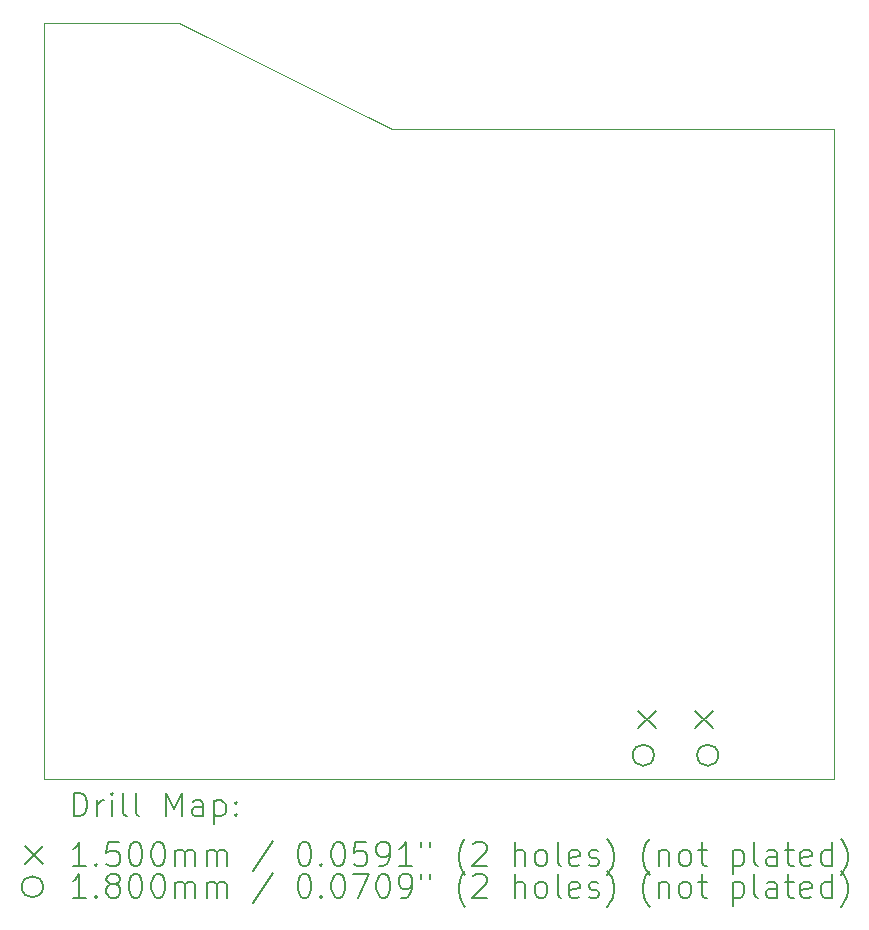
<source format=gbr>
%TF.GenerationSoftware,KiCad,Pcbnew,8.0.9*%
%TF.CreationDate,2025-05-10T12:34:39+01:00*%
%TF.ProjectId,megaflash,6d656761-666c-4617-9368-2e6b69636164,rev?*%
%TF.SameCoordinates,Original*%
%TF.FileFunction,Drillmap*%
%TF.FilePolarity,Positive*%
%FSLAX45Y45*%
G04 Gerber Fmt 4.5, Leading zero omitted, Abs format (unit mm)*
G04 Created by KiCad (PCBNEW 8.0.9) date 2025-05-10 12:34:39*
%MOMM*%
%LPD*%
G01*
G04 APERTURE LIST*
%ADD10C,0.100000*%
%ADD11C,0.200000*%
%ADD12C,0.150000*%
%ADD13C,0.180000*%
G04 APERTURE END LIST*
D10*
X6750000Y-11400000D02*
X13440000Y-11400000D01*
X9700000Y-5900000D02*
X7900000Y-5000000D01*
X6750000Y-5000000D02*
X7900000Y-5000000D01*
X13440000Y-5900000D02*
X9700000Y-5900000D01*
X6750000Y-5000000D02*
X6750000Y-11400000D01*
X13440000Y-11400000D02*
X13440000Y-5900000D01*
D11*
D12*
X11782500Y-10822000D02*
X11932500Y-10972000D01*
X11932500Y-10822000D02*
X11782500Y-10972000D01*
X12267500Y-10822000D02*
X12417500Y-10972000D01*
X12417500Y-10822000D02*
X12267500Y-10972000D01*
D13*
X11917500Y-11200000D02*
G75*
G02*
X11737500Y-11200000I-90000J0D01*
G01*
X11737500Y-11200000D02*
G75*
G02*
X11917500Y-11200000I90000J0D01*
G01*
X12462500Y-11200000D02*
G75*
G02*
X12282500Y-11200000I-90000J0D01*
G01*
X12282500Y-11200000D02*
G75*
G02*
X12462500Y-11200000I90000J0D01*
G01*
D11*
X7005777Y-11716484D02*
X7005777Y-11516484D01*
X7005777Y-11516484D02*
X7053396Y-11516484D01*
X7053396Y-11516484D02*
X7081967Y-11526008D01*
X7081967Y-11526008D02*
X7101015Y-11545055D01*
X7101015Y-11545055D02*
X7110539Y-11564103D01*
X7110539Y-11564103D02*
X7120062Y-11602198D01*
X7120062Y-11602198D02*
X7120062Y-11630769D01*
X7120062Y-11630769D02*
X7110539Y-11668865D01*
X7110539Y-11668865D02*
X7101015Y-11687912D01*
X7101015Y-11687912D02*
X7081967Y-11706960D01*
X7081967Y-11706960D02*
X7053396Y-11716484D01*
X7053396Y-11716484D02*
X7005777Y-11716484D01*
X7205777Y-11716484D02*
X7205777Y-11583150D01*
X7205777Y-11621246D02*
X7215301Y-11602198D01*
X7215301Y-11602198D02*
X7224824Y-11592674D01*
X7224824Y-11592674D02*
X7243872Y-11583150D01*
X7243872Y-11583150D02*
X7262920Y-11583150D01*
X7329586Y-11716484D02*
X7329586Y-11583150D01*
X7329586Y-11516484D02*
X7320062Y-11526008D01*
X7320062Y-11526008D02*
X7329586Y-11535531D01*
X7329586Y-11535531D02*
X7339110Y-11526008D01*
X7339110Y-11526008D02*
X7329586Y-11516484D01*
X7329586Y-11516484D02*
X7329586Y-11535531D01*
X7453396Y-11716484D02*
X7434348Y-11706960D01*
X7434348Y-11706960D02*
X7424824Y-11687912D01*
X7424824Y-11687912D02*
X7424824Y-11516484D01*
X7558158Y-11716484D02*
X7539110Y-11706960D01*
X7539110Y-11706960D02*
X7529586Y-11687912D01*
X7529586Y-11687912D02*
X7529586Y-11516484D01*
X7786729Y-11716484D02*
X7786729Y-11516484D01*
X7786729Y-11516484D02*
X7853396Y-11659341D01*
X7853396Y-11659341D02*
X7920062Y-11516484D01*
X7920062Y-11516484D02*
X7920062Y-11716484D01*
X8101015Y-11716484D02*
X8101015Y-11611722D01*
X8101015Y-11611722D02*
X8091491Y-11592674D01*
X8091491Y-11592674D02*
X8072443Y-11583150D01*
X8072443Y-11583150D02*
X8034348Y-11583150D01*
X8034348Y-11583150D02*
X8015301Y-11592674D01*
X8101015Y-11706960D02*
X8081967Y-11716484D01*
X8081967Y-11716484D02*
X8034348Y-11716484D01*
X8034348Y-11716484D02*
X8015301Y-11706960D01*
X8015301Y-11706960D02*
X8005777Y-11687912D01*
X8005777Y-11687912D02*
X8005777Y-11668865D01*
X8005777Y-11668865D02*
X8015301Y-11649817D01*
X8015301Y-11649817D02*
X8034348Y-11640293D01*
X8034348Y-11640293D02*
X8081967Y-11640293D01*
X8081967Y-11640293D02*
X8101015Y-11630769D01*
X8196253Y-11583150D02*
X8196253Y-11783150D01*
X8196253Y-11592674D02*
X8215301Y-11583150D01*
X8215301Y-11583150D02*
X8253396Y-11583150D01*
X8253396Y-11583150D02*
X8272443Y-11592674D01*
X8272443Y-11592674D02*
X8281967Y-11602198D01*
X8281967Y-11602198D02*
X8291491Y-11621246D01*
X8291491Y-11621246D02*
X8291491Y-11678388D01*
X8291491Y-11678388D02*
X8281967Y-11697436D01*
X8281967Y-11697436D02*
X8272443Y-11706960D01*
X8272443Y-11706960D02*
X8253396Y-11716484D01*
X8253396Y-11716484D02*
X8215301Y-11716484D01*
X8215301Y-11716484D02*
X8196253Y-11706960D01*
X8377205Y-11697436D02*
X8386729Y-11706960D01*
X8386729Y-11706960D02*
X8377205Y-11716484D01*
X8377205Y-11716484D02*
X8367682Y-11706960D01*
X8367682Y-11706960D02*
X8377205Y-11697436D01*
X8377205Y-11697436D02*
X8377205Y-11716484D01*
X8377205Y-11592674D02*
X8386729Y-11602198D01*
X8386729Y-11602198D02*
X8377205Y-11611722D01*
X8377205Y-11611722D02*
X8367682Y-11602198D01*
X8367682Y-11602198D02*
X8377205Y-11592674D01*
X8377205Y-11592674D02*
X8377205Y-11611722D01*
D12*
X6595000Y-11970000D02*
X6745000Y-12120000D01*
X6745000Y-11970000D02*
X6595000Y-12120000D01*
D11*
X7110539Y-12136484D02*
X6996253Y-12136484D01*
X7053396Y-12136484D02*
X7053396Y-11936484D01*
X7053396Y-11936484D02*
X7034348Y-11965055D01*
X7034348Y-11965055D02*
X7015301Y-11984103D01*
X7015301Y-11984103D02*
X6996253Y-11993627D01*
X7196253Y-12117436D02*
X7205777Y-12126960D01*
X7205777Y-12126960D02*
X7196253Y-12136484D01*
X7196253Y-12136484D02*
X7186729Y-12126960D01*
X7186729Y-12126960D02*
X7196253Y-12117436D01*
X7196253Y-12117436D02*
X7196253Y-12136484D01*
X7386729Y-11936484D02*
X7291491Y-11936484D01*
X7291491Y-11936484D02*
X7281967Y-12031722D01*
X7281967Y-12031722D02*
X7291491Y-12022198D01*
X7291491Y-12022198D02*
X7310539Y-12012674D01*
X7310539Y-12012674D02*
X7358158Y-12012674D01*
X7358158Y-12012674D02*
X7377205Y-12022198D01*
X7377205Y-12022198D02*
X7386729Y-12031722D01*
X7386729Y-12031722D02*
X7396253Y-12050769D01*
X7396253Y-12050769D02*
X7396253Y-12098388D01*
X7396253Y-12098388D02*
X7386729Y-12117436D01*
X7386729Y-12117436D02*
X7377205Y-12126960D01*
X7377205Y-12126960D02*
X7358158Y-12136484D01*
X7358158Y-12136484D02*
X7310539Y-12136484D01*
X7310539Y-12136484D02*
X7291491Y-12126960D01*
X7291491Y-12126960D02*
X7281967Y-12117436D01*
X7520062Y-11936484D02*
X7539110Y-11936484D01*
X7539110Y-11936484D02*
X7558158Y-11946008D01*
X7558158Y-11946008D02*
X7567682Y-11955531D01*
X7567682Y-11955531D02*
X7577205Y-11974579D01*
X7577205Y-11974579D02*
X7586729Y-12012674D01*
X7586729Y-12012674D02*
X7586729Y-12060293D01*
X7586729Y-12060293D02*
X7577205Y-12098388D01*
X7577205Y-12098388D02*
X7567682Y-12117436D01*
X7567682Y-12117436D02*
X7558158Y-12126960D01*
X7558158Y-12126960D02*
X7539110Y-12136484D01*
X7539110Y-12136484D02*
X7520062Y-12136484D01*
X7520062Y-12136484D02*
X7501015Y-12126960D01*
X7501015Y-12126960D02*
X7491491Y-12117436D01*
X7491491Y-12117436D02*
X7481967Y-12098388D01*
X7481967Y-12098388D02*
X7472443Y-12060293D01*
X7472443Y-12060293D02*
X7472443Y-12012674D01*
X7472443Y-12012674D02*
X7481967Y-11974579D01*
X7481967Y-11974579D02*
X7491491Y-11955531D01*
X7491491Y-11955531D02*
X7501015Y-11946008D01*
X7501015Y-11946008D02*
X7520062Y-11936484D01*
X7710539Y-11936484D02*
X7729586Y-11936484D01*
X7729586Y-11936484D02*
X7748634Y-11946008D01*
X7748634Y-11946008D02*
X7758158Y-11955531D01*
X7758158Y-11955531D02*
X7767682Y-11974579D01*
X7767682Y-11974579D02*
X7777205Y-12012674D01*
X7777205Y-12012674D02*
X7777205Y-12060293D01*
X7777205Y-12060293D02*
X7767682Y-12098388D01*
X7767682Y-12098388D02*
X7758158Y-12117436D01*
X7758158Y-12117436D02*
X7748634Y-12126960D01*
X7748634Y-12126960D02*
X7729586Y-12136484D01*
X7729586Y-12136484D02*
X7710539Y-12136484D01*
X7710539Y-12136484D02*
X7691491Y-12126960D01*
X7691491Y-12126960D02*
X7681967Y-12117436D01*
X7681967Y-12117436D02*
X7672443Y-12098388D01*
X7672443Y-12098388D02*
X7662920Y-12060293D01*
X7662920Y-12060293D02*
X7662920Y-12012674D01*
X7662920Y-12012674D02*
X7672443Y-11974579D01*
X7672443Y-11974579D02*
X7681967Y-11955531D01*
X7681967Y-11955531D02*
X7691491Y-11946008D01*
X7691491Y-11946008D02*
X7710539Y-11936484D01*
X7862920Y-12136484D02*
X7862920Y-12003150D01*
X7862920Y-12022198D02*
X7872443Y-12012674D01*
X7872443Y-12012674D02*
X7891491Y-12003150D01*
X7891491Y-12003150D02*
X7920063Y-12003150D01*
X7920063Y-12003150D02*
X7939110Y-12012674D01*
X7939110Y-12012674D02*
X7948634Y-12031722D01*
X7948634Y-12031722D02*
X7948634Y-12136484D01*
X7948634Y-12031722D02*
X7958158Y-12012674D01*
X7958158Y-12012674D02*
X7977205Y-12003150D01*
X7977205Y-12003150D02*
X8005777Y-12003150D01*
X8005777Y-12003150D02*
X8024824Y-12012674D01*
X8024824Y-12012674D02*
X8034348Y-12031722D01*
X8034348Y-12031722D02*
X8034348Y-12136484D01*
X8129586Y-12136484D02*
X8129586Y-12003150D01*
X8129586Y-12022198D02*
X8139110Y-12012674D01*
X8139110Y-12012674D02*
X8158158Y-12003150D01*
X8158158Y-12003150D02*
X8186729Y-12003150D01*
X8186729Y-12003150D02*
X8205777Y-12012674D01*
X8205777Y-12012674D02*
X8215301Y-12031722D01*
X8215301Y-12031722D02*
X8215301Y-12136484D01*
X8215301Y-12031722D02*
X8224824Y-12012674D01*
X8224824Y-12012674D02*
X8243872Y-12003150D01*
X8243872Y-12003150D02*
X8272443Y-12003150D01*
X8272443Y-12003150D02*
X8291491Y-12012674D01*
X8291491Y-12012674D02*
X8301015Y-12031722D01*
X8301015Y-12031722D02*
X8301015Y-12136484D01*
X8691491Y-11926960D02*
X8520063Y-12184103D01*
X8948634Y-11936484D02*
X8967682Y-11936484D01*
X8967682Y-11936484D02*
X8986729Y-11946008D01*
X8986729Y-11946008D02*
X8996253Y-11955531D01*
X8996253Y-11955531D02*
X9005777Y-11974579D01*
X9005777Y-11974579D02*
X9015301Y-12012674D01*
X9015301Y-12012674D02*
X9015301Y-12060293D01*
X9015301Y-12060293D02*
X9005777Y-12098388D01*
X9005777Y-12098388D02*
X8996253Y-12117436D01*
X8996253Y-12117436D02*
X8986729Y-12126960D01*
X8986729Y-12126960D02*
X8967682Y-12136484D01*
X8967682Y-12136484D02*
X8948634Y-12136484D01*
X8948634Y-12136484D02*
X8929587Y-12126960D01*
X8929587Y-12126960D02*
X8920063Y-12117436D01*
X8920063Y-12117436D02*
X8910539Y-12098388D01*
X8910539Y-12098388D02*
X8901015Y-12060293D01*
X8901015Y-12060293D02*
X8901015Y-12012674D01*
X8901015Y-12012674D02*
X8910539Y-11974579D01*
X8910539Y-11974579D02*
X8920063Y-11955531D01*
X8920063Y-11955531D02*
X8929587Y-11946008D01*
X8929587Y-11946008D02*
X8948634Y-11936484D01*
X9101015Y-12117436D02*
X9110539Y-12126960D01*
X9110539Y-12126960D02*
X9101015Y-12136484D01*
X9101015Y-12136484D02*
X9091491Y-12126960D01*
X9091491Y-12126960D02*
X9101015Y-12117436D01*
X9101015Y-12117436D02*
X9101015Y-12136484D01*
X9234348Y-11936484D02*
X9253396Y-11936484D01*
X9253396Y-11936484D02*
X9272444Y-11946008D01*
X9272444Y-11946008D02*
X9281968Y-11955531D01*
X9281968Y-11955531D02*
X9291491Y-11974579D01*
X9291491Y-11974579D02*
X9301015Y-12012674D01*
X9301015Y-12012674D02*
X9301015Y-12060293D01*
X9301015Y-12060293D02*
X9291491Y-12098388D01*
X9291491Y-12098388D02*
X9281968Y-12117436D01*
X9281968Y-12117436D02*
X9272444Y-12126960D01*
X9272444Y-12126960D02*
X9253396Y-12136484D01*
X9253396Y-12136484D02*
X9234348Y-12136484D01*
X9234348Y-12136484D02*
X9215301Y-12126960D01*
X9215301Y-12126960D02*
X9205777Y-12117436D01*
X9205777Y-12117436D02*
X9196253Y-12098388D01*
X9196253Y-12098388D02*
X9186729Y-12060293D01*
X9186729Y-12060293D02*
X9186729Y-12012674D01*
X9186729Y-12012674D02*
X9196253Y-11974579D01*
X9196253Y-11974579D02*
X9205777Y-11955531D01*
X9205777Y-11955531D02*
X9215301Y-11946008D01*
X9215301Y-11946008D02*
X9234348Y-11936484D01*
X9481968Y-11936484D02*
X9386729Y-11936484D01*
X9386729Y-11936484D02*
X9377206Y-12031722D01*
X9377206Y-12031722D02*
X9386729Y-12022198D01*
X9386729Y-12022198D02*
X9405777Y-12012674D01*
X9405777Y-12012674D02*
X9453396Y-12012674D01*
X9453396Y-12012674D02*
X9472444Y-12022198D01*
X9472444Y-12022198D02*
X9481968Y-12031722D01*
X9481968Y-12031722D02*
X9491491Y-12050769D01*
X9491491Y-12050769D02*
X9491491Y-12098388D01*
X9491491Y-12098388D02*
X9481968Y-12117436D01*
X9481968Y-12117436D02*
X9472444Y-12126960D01*
X9472444Y-12126960D02*
X9453396Y-12136484D01*
X9453396Y-12136484D02*
X9405777Y-12136484D01*
X9405777Y-12136484D02*
X9386729Y-12126960D01*
X9386729Y-12126960D02*
X9377206Y-12117436D01*
X9586729Y-12136484D02*
X9624825Y-12136484D01*
X9624825Y-12136484D02*
X9643872Y-12126960D01*
X9643872Y-12126960D02*
X9653396Y-12117436D01*
X9653396Y-12117436D02*
X9672444Y-12088865D01*
X9672444Y-12088865D02*
X9681968Y-12050769D01*
X9681968Y-12050769D02*
X9681968Y-11974579D01*
X9681968Y-11974579D02*
X9672444Y-11955531D01*
X9672444Y-11955531D02*
X9662920Y-11946008D01*
X9662920Y-11946008D02*
X9643872Y-11936484D01*
X9643872Y-11936484D02*
X9605777Y-11936484D01*
X9605777Y-11936484D02*
X9586729Y-11946008D01*
X9586729Y-11946008D02*
X9577206Y-11955531D01*
X9577206Y-11955531D02*
X9567682Y-11974579D01*
X9567682Y-11974579D02*
X9567682Y-12022198D01*
X9567682Y-12022198D02*
X9577206Y-12041246D01*
X9577206Y-12041246D02*
X9586729Y-12050769D01*
X9586729Y-12050769D02*
X9605777Y-12060293D01*
X9605777Y-12060293D02*
X9643872Y-12060293D01*
X9643872Y-12060293D02*
X9662920Y-12050769D01*
X9662920Y-12050769D02*
X9672444Y-12041246D01*
X9672444Y-12041246D02*
X9681968Y-12022198D01*
X9872444Y-12136484D02*
X9758158Y-12136484D01*
X9815301Y-12136484D02*
X9815301Y-11936484D01*
X9815301Y-11936484D02*
X9796253Y-11965055D01*
X9796253Y-11965055D02*
X9777206Y-11984103D01*
X9777206Y-11984103D02*
X9758158Y-11993627D01*
X9948634Y-11936484D02*
X9948634Y-11974579D01*
X10024825Y-11936484D02*
X10024825Y-11974579D01*
X10320063Y-12212674D02*
X10310539Y-12203150D01*
X10310539Y-12203150D02*
X10291491Y-12174579D01*
X10291491Y-12174579D02*
X10281968Y-12155531D01*
X10281968Y-12155531D02*
X10272444Y-12126960D01*
X10272444Y-12126960D02*
X10262920Y-12079341D01*
X10262920Y-12079341D02*
X10262920Y-12041246D01*
X10262920Y-12041246D02*
X10272444Y-11993627D01*
X10272444Y-11993627D02*
X10281968Y-11965055D01*
X10281968Y-11965055D02*
X10291491Y-11946008D01*
X10291491Y-11946008D02*
X10310539Y-11917436D01*
X10310539Y-11917436D02*
X10320063Y-11907912D01*
X10386730Y-11955531D02*
X10396253Y-11946008D01*
X10396253Y-11946008D02*
X10415301Y-11936484D01*
X10415301Y-11936484D02*
X10462920Y-11936484D01*
X10462920Y-11936484D02*
X10481968Y-11946008D01*
X10481968Y-11946008D02*
X10491491Y-11955531D01*
X10491491Y-11955531D02*
X10501015Y-11974579D01*
X10501015Y-11974579D02*
X10501015Y-11993627D01*
X10501015Y-11993627D02*
X10491491Y-12022198D01*
X10491491Y-12022198D02*
X10377206Y-12136484D01*
X10377206Y-12136484D02*
X10501015Y-12136484D01*
X10739111Y-12136484D02*
X10739111Y-11936484D01*
X10824825Y-12136484D02*
X10824825Y-12031722D01*
X10824825Y-12031722D02*
X10815301Y-12012674D01*
X10815301Y-12012674D02*
X10796253Y-12003150D01*
X10796253Y-12003150D02*
X10767682Y-12003150D01*
X10767682Y-12003150D02*
X10748634Y-12012674D01*
X10748634Y-12012674D02*
X10739111Y-12022198D01*
X10948634Y-12136484D02*
X10929587Y-12126960D01*
X10929587Y-12126960D02*
X10920063Y-12117436D01*
X10920063Y-12117436D02*
X10910539Y-12098388D01*
X10910539Y-12098388D02*
X10910539Y-12041246D01*
X10910539Y-12041246D02*
X10920063Y-12022198D01*
X10920063Y-12022198D02*
X10929587Y-12012674D01*
X10929587Y-12012674D02*
X10948634Y-12003150D01*
X10948634Y-12003150D02*
X10977206Y-12003150D01*
X10977206Y-12003150D02*
X10996253Y-12012674D01*
X10996253Y-12012674D02*
X11005777Y-12022198D01*
X11005777Y-12022198D02*
X11015301Y-12041246D01*
X11015301Y-12041246D02*
X11015301Y-12098388D01*
X11015301Y-12098388D02*
X11005777Y-12117436D01*
X11005777Y-12117436D02*
X10996253Y-12126960D01*
X10996253Y-12126960D02*
X10977206Y-12136484D01*
X10977206Y-12136484D02*
X10948634Y-12136484D01*
X11129587Y-12136484D02*
X11110539Y-12126960D01*
X11110539Y-12126960D02*
X11101015Y-12107912D01*
X11101015Y-12107912D02*
X11101015Y-11936484D01*
X11281968Y-12126960D02*
X11262920Y-12136484D01*
X11262920Y-12136484D02*
X11224825Y-12136484D01*
X11224825Y-12136484D02*
X11205777Y-12126960D01*
X11205777Y-12126960D02*
X11196253Y-12107912D01*
X11196253Y-12107912D02*
X11196253Y-12031722D01*
X11196253Y-12031722D02*
X11205777Y-12012674D01*
X11205777Y-12012674D02*
X11224825Y-12003150D01*
X11224825Y-12003150D02*
X11262920Y-12003150D01*
X11262920Y-12003150D02*
X11281968Y-12012674D01*
X11281968Y-12012674D02*
X11291491Y-12031722D01*
X11291491Y-12031722D02*
X11291491Y-12050769D01*
X11291491Y-12050769D02*
X11196253Y-12069817D01*
X11367682Y-12126960D02*
X11386730Y-12136484D01*
X11386730Y-12136484D02*
X11424825Y-12136484D01*
X11424825Y-12136484D02*
X11443872Y-12126960D01*
X11443872Y-12126960D02*
X11453396Y-12107912D01*
X11453396Y-12107912D02*
X11453396Y-12098388D01*
X11453396Y-12098388D02*
X11443872Y-12079341D01*
X11443872Y-12079341D02*
X11424825Y-12069817D01*
X11424825Y-12069817D02*
X11396253Y-12069817D01*
X11396253Y-12069817D02*
X11377206Y-12060293D01*
X11377206Y-12060293D02*
X11367682Y-12041246D01*
X11367682Y-12041246D02*
X11367682Y-12031722D01*
X11367682Y-12031722D02*
X11377206Y-12012674D01*
X11377206Y-12012674D02*
X11396253Y-12003150D01*
X11396253Y-12003150D02*
X11424825Y-12003150D01*
X11424825Y-12003150D02*
X11443872Y-12012674D01*
X11520063Y-12212674D02*
X11529587Y-12203150D01*
X11529587Y-12203150D02*
X11548634Y-12174579D01*
X11548634Y-12174579D02*
X11558158Y-12155531D01*
X11558158Y-12155531D02*
X11567682Y-12126960D01*
X11567682Y-12126960D02*
X11577206Y-12079341D01*
X11577206Y-12079341D02*
X11577206Y-12041246D01*
X11577206Y-12041246D02*
X11567682Y-11993627D01*
X11567682Y-11993627D02*
X11558158Y-11965055D01*
X11558158Y-11965055D02*
X11548634Y-11946008D01*
X11548634Y-11946008D02*
X11529587Y-11917436D01*
X11529587Y-11917436D02*
X11520063Y-11907912D01*
X11881968Y-12212674D02*
X11872444Y-12203150D01*
X11872444Y-12203150D02*
X11853396Y-12174579D01*
X11853396Y-12174579D02*
X11843872Y-12155531D01*
X11843872Y-12155531D02*
X11834349Y-12126960D01*
X11834349Y-12126960D02*
X11824825Y-12079341D01*
X11824825Y-12079341D02*
X11824825Y-12041246D01*
X11824825Y-12041246D02*
X11834349Y-11993627D01*
X11834349Y-11993627D02*
X11843872Y-11965055D01*
X11843872Y-11965055D02*
X11853396Y-11946008D01*
X11853396Y-11946008D02*
X11872444Y-11917436D01*
X11872444Y-11917436D02*
X11881968Y-11907912D01*
X11958158Y-12003150D02*
X11958158Y-12136484D01*
X11958158Y-12022198D02*
X11967682Y-12012674D01*
X11967682Y-12012674D02*
X11986730Y-12003150D01*
X11986730Y-12003150D02*
X12015301Y-12003150D01*
X12015301Y-12003150D02*
X12034349Y-12012674D01*
X12034349Y-12012674D02*
X12043872Y-12031722D01*
X12043872Y-12031722D02*
X12043872Y-12136484D01*
X12167682Y-12136484D02*
X12148634Y-12126960D01*
X12148634Y-12126960D02*
X12139111Y-12117436D01*
X12139111Y-12117436D02*
X12129587Y-12098388D01*
X12129587Y-12098388D02*
X12129587Y-12041246D01*
X12129587Y-12041246D02*
X12139111Y-12022198D01*
X12139111Y-12022198D02*
X12148634Y-12012674D01*
X12148634Y-12012674D02*
X12167682Y-12003150D01*
X12167682Y-12003150D02*
X12196253Y-12003150D01*
X12196253Y-12003150D02*
X12215301Y-12012674D01*
X12215301Y-12012674D02*
X12224825Y-12022198D01*
X12224825Y-12022198D02*
X12234349Y-12041246D01*
X12234349Y-12041246D02*
X12234349Y-12098388D01*
X12234349Y-12098388D02*
X12224825Y-12117436D01*
X12224825Y-12117436D02*
X12215301Y-12126960D01*
X12215301Y-12126960D02*
X12196253Y-12136484D01*
X12196253Y-12136484D02*
X12167682Y-12136484D01*
X12291492Y-12003150D02*
X12367682Y-12003150D01*
X12320063Y-11936484D02*
X12320063Y-12107912D01*
X12320063Y-12107912D02*
X12329587Y-12126960D01*
X12329587Y-12126960D02*
X12348634Y-12136484D01*
X12348634Y-12136484D02*
X12367682Y-12136484D01*
X12586730Y-12003150D02*
X12586730Y-12203150D01*
X12586730Y-12012674D02*
X12605777Y-12003150D01*
X12605777Y-12003150D02*
X12643873Y-12003150D01*
X12643873Y-12003150D02*
X12662920Y-12012674D01*
X12662920Y-12012674D02*
X12672444Y-12022198D01*
X12672444Y-12022198D02*
X12681968Y-12041246D01*
X12681968Y-12041246D02*
X12681968Y-12098388D01*
X12681968Y-12098388D02*
X12672444Y-12117436D01*
X12672444Y-12117436D02*
X12662920Y-12126960D01*
X12662920Y-12126960D02*
X12643873Y-12136484D01*
X12643873Y-12136484D02*
X12605777Y-12136484D01*
X12605777Y-12136484D02*
X12586730Y-12126960D01*
X12796253Y-12136484D02*
X12777206Y-12126960D01*
X12777206Y-12126960D02*
X12767682Y-12107912D01*
X12767682Y-12107912D02*
X12767682Y-11936484D01*
X12958158Y-12136484D02*
X12958158Y-12031722D01*
X12958158Y-12031722D02*
X12948634Y-12012674D01*
X12948634Y-12012674D02*
X12929587Y-12003150D01*
X12929587Y-12003150D02*
X12891492Y-12003150D01*
X12891492Y-12003150D02*
X12872444Y-12012674D01*
X12958158Y-12126960D02*
X12939111Y-12136484D01*
X12939111Y-12136484D02*
X12891492Y-12136484D01*
X12891492Y-12136484D02*
X12872444Y-12126960D01*
X12872444Y-12126960D02*
X12862920Y-12107912D01*
X12862920Y-12107912D02*
X12862920Y-12088865D01*
X12862920Y-12088865D02*
X12872444Y-12069817D01*
X12872444Y-12069817D02*
X12891492Y-12060293D01*
X12891492Y-12060293D02*
X12939111Y-12060293D01*
X12939111Y-12060293D02*
X12958158Y-12050769D01*
X13024825Y-12003150D02*
X13101015Y-12003150D01*
X13053396Y-11936484D02*
X13053396Y-12107912D01*
X13053396Y-12107912D02*
X13062920Y-12126960D01*
X13062920Y-12126960D02*
X13081968Y-12136484D01*
X13081968Y-12136484D02*
X13101015Y-12136484D01*
X13243873Y-12126960D02*
X13224825Y-12136484D01*
X13224825Y-12136484D02*
X13186730Y-12136484D01*
X13186730Y-12136484D02*
X13167682Y-12126960D01*
X13167682Y-12126960D02*
X13158158Y-12107912D01*
X13158158Y-12107912D02*
X13158158Y-12031722D01*
X13158158Y-12031722D02*
X13167682Y-12012674D01*
X13167682Y-12012674D02*
X13186730Y-12003150D01*
X13186730Y-12003150D02*
X13224825Y-12003150D01*
X13224825Y-12003150D02*
X13243873Y-12012674D01*
X13243873Y-12012674D02*
X13253396Y-12031722D01*
X13253396Y-12031722D02*
X13253396Y-12050769D01*
X13253396Y-12050769D02*
X13158158Y-12069817D01*
X13424825Y-12136484D02*
X13424825Y-11936484D01*
X13424825Y-12126960D02*
X13405777Y-12136484D01*
X13405777Y-12136484D02*
X13367682Y-12136484D01*
X13367682Y-12136484D02*
X13348634Y-12126960D01*
X13348634Y-12126960D02*
X13339111Y-12117436D01*
X13339111Y-12117436D02*
X13329587Y-12098388D01*
X13329587Y-12098388D02*
X13329587Y-12041246D01*
X13329587Y-12041246D02*
X13339111Y-12022198D01*
X13339111Y-12022198D02*
X13348634Y-12012674D01*
X13348634Y-12012674D02*
X13367682Y-12003150D01*
X13367682Y-12003150D02*
X13405777Y-12003150D01*
X13405777Y-12003150D02*
X13424825Y-12012674D01*
X13501015Y-12212674D02*
X13510539Y-12203150D01*
X13510539Y-12203150D02*
X13529587Y-12174579D01*
X13529587Y-12174579D02*
X13539111Y-12155531D01*
X13539111Y-12155531D02*
X13548634Y-12126960D01*
X13548634Y-12126960D02*
X13558158Y-12079341D01*
X13558158Y-12079341D02*
X13558158Y-12041246D01*
X13558158Y-12041246D02*
X13548634Y-11993627D01*
X13548634Y-11993627D02*
X13539111Y-11965055D01*
X13539111Y-11965055D02*
X13529587Y-11946008D01*
X13529587Y-11946008D02*
X13510539Y-11917436D01*
X13510539Y-11917436D02*
X13501015Y-11907912D01*
D13*
X6745000Y-12315000D02*
G75*
G02*
X6565000Y-12315000I-90000J0D01*
G01*
X6565000Y-12315000D02*
G75*
G02*
X6745000Y-12315000I90000J0D01*
G01*
D11*
X7110539Y-12406484D02*
X6996253Y-12406484D01*
X7053396Y-12406484D02*
X7053396Y-12206484D01*
X7053396Y-12206484D02*
X7034348Y-12235055D01*
X7034348Y-12235055D02*
X7015301Y-12254103D01*
X7015301Y-12254103D02*
X6996253Y-12263627D01*
X7196253Y-12387436D02*
X7205777Y-12396960D01*
X7205777Y-12396960D02*
X7196253Y-12406484D01*
X7196253Y-12406484D02*
X7186729Y-12396960D01*
X7186729Y-12396960D02*
X7196253Y-12387436D01*
X7196253Y-12387436D02*
X7196253Y-12406484D01*
X7320062Y-12292198D02*
X7301015Y-12282674D01*
X7301015Y-12282674D02*
X7291491Y-12273150D01*
X7291491Y-12273150D02*
X7281967Y-12254103D01*
X7281967Y-12254103D02*
X7281967Y-12244579D01*
X7281967Y-12244579D02*
X7291491Y-12225531D01*
X7291491Y-12225531D02*
X7301015Y-12216008D01*
X7301015Y-12216008D02*
X7320062Y-12206484D01*
X7320062Y-12206484D02*
X7358158Y-12206484D01*
X7358158Y-12206484D02*
X7377205Y-12216008D01*
X7377205Y-12216008D02*
X7386729Y-12225531D01*
X7386729Y-12225531D02*
X7396253Y-12244579D01*
X7396253Y-12244579D02*
X7396253Y-12254103D01*
X7396253Y-12254103D02*
X7386729Y-12273150D01*
X7386729Y-12273150D02*
X7377205Y-12282674D01*
X7377205Y-12282674D02*
X7358158Y-12292198D01*
X7358158Y-12292198D02*
X7320062Y-12292198D01*
X7320062Y-12292198D02*
X7301015Y-12301722D01*
X7301015Y-12301722D02*
X7291491Y-12311246D01*
X7291491Y-12311246D02*
X7281967Y-12330293D01*
X7281967Y-12330293D02*
X7281967Y-12368388D01*
X7281967Y-12368388D02*
X7291491Y-12387436D01*
X7291491Y-12387436D02*
X7301015Y-12396960D01*
X7301015Y-12396960D02*
X7320062Y-12406484D01*
X7320062Y-12406484D02*
X7358158Y-12406484D01*
X7358158Y-12406484D02*
X7377205Y-12396960D01*
X7377205Y-12396960D02*
X7386729Y-12387436D01*
X7386729Y-12387436D02*
X7396253Y-12368388D01*
X7396253Y-12368388D02*
X7396253Y-12330293D01*
X7396253Y-12330293D02*
X7386729Y-12311246D01*
X7386729Y-12311246D02*
X7377205Y-12301722D01*
X7377205Y-12301722D02*
X7358158Y-12292198D01*
X7520062Y-12206484D02*
X7539110Y-12206484D01*
X7539110Y-12206484D02*
X7558158Y-12216008D01*
X7558158Y-12216008D02*
X7567682Y-12225531D01*
X7567682Y-12225531D02*
X7577205Y-12244579D01*
X7577205Y-12244579D02*
X7586729Y-12282674D01*
X7586729Y-12282674D02*
X7586729Y-12330293D01*
X7586729Y-12330293D02*
X7577205Y-12368388D01*
X7577205Y-12368388D02*
X7567682Y-12387436D01*
X7567682Y-12387436D02*
X7558158Y-12396960D01*
X7558158Y-12396960D02*
X7539110Y-12406484D01*
X7539110Y-12406484D02*
X7520062Y-12406484D01*
X7520062Y-12406484D02*
X7501015Y-12396960D01*
X7501015Y-12396960D02*
X7491491Y-12387436D01*
X7491491Y-12387436D02*
X7481967Y-12368388D01*
X7481967Y-12368388D02*
X7472443Y-12330293D01*
X7472443Y-12330293D02*
X7472443Y-12282674D01*
X7472443Y-12282674D02*
X7481967Y-12244579D01*
X7481967Y-12244579D02*
X7491491Y-12225531D01*
X7491491Y-12225531D02*
X7501015Y-12216008D01*
X7501015Y-12216008D02*
X7520062Y-12206484D01*
X7710539Y-12206484D02*
X7729586Y-12206484D01*
X7729586Y-12206484D02*
X7748634Y-12216008D01*
X7748634Y-12216008D02*
X7758158Y-12225531D01*
X7758158Y-12225531D02*
X7767682Y-12244579D01*
X7767682Y-12244579D02*
X7777205Y-12282674D01*
X7777205Y-12282674D02*
X7777205Y-12330293D01*
X7777205Y-12330293D02*
X7767682Y-12368388D01*
X7767682Y-12368388D02*
X7758158Y-12387436D01*
X7758158Y-12387436D02*
X7748634Y-12396960D01*
X7748634Y-12396960D02*
X7729586Y-12406484D01*
X7729586Y-12406484D02*
X7710539Y-12406484D01*
X7710539Y-12406484D02*
X7691491Y-12396960D01*
X7691491Y-12396960D02*
X7681967Y-12387436D01*
X7681967Y-12387436D02*
X7672443Y-12368388D01*
X7672443Y-12368388D02*
X7662920Y-12330293D01*
X7662920Y-12330293D02*
X7662920Y-12282674D01*
X7662920Y-12282674D02*
X7672443Y-12244579D01*
X7672443Y-12244579D02*
X7681967Y-12225531D01*
X7681967Y-12225531D02*
X7691491Y-12216008D01*
X7691491Y-12216008D02*
X7710539Y-12206484D01*
X7862920Y-12406484D02*
X7862920Y-12273150D01*
X7862920Y-12292198D02*
X7872443Y-12282674D01*
X7872443Y-12282674D02*
X7891491Y-12273150D01*
X7891491Y-12273150D02*
X7920063Y-12273150D01*
X7920063Y-12273150D02*
X7939110Y-12282674D01*
X7939110Y-12282674D02*
X7948634Y-12301722D01*
X7948634Y-12301722D02*
X7948634Y-12406484D01*
X7948634Y-12301722D02*
X7958158Y-12282674D01*
X7958158Y-12282674D02*
X7977205Y-12273150D01*
X7977205Y-12273150D02*
X8005777Y-12273150D01*
X8005777Y-12273150D02*
X8024824Y-12282674D01*
X8024824Y-12282674D02*
X8034348Y-12301722D01*
X8034348Y-12301722D02*
X8034348Y-12406484D01*
X8129586Y-12406484D02*
X8129586Y-12273150D01*
X8129586Y-12292198D02*
X8139110Y-12282674D01*
X8139110Y-12282674D02*
X8158158Y-12273150D01*
X8158158Y-12273150D02*
X8186729Y-12273150D01*
X8186729Y-12273150D02*
X8205777Y-12282674D01*
X8205777Y-12282674D02*
X8215301Y-12301722D01*
X8215301Y-12301722D02*
X8215301Y-12406484D01*
X8215301Y-12301722D02*
X8224824Y-12282674D01*
X8224824Y-12282674D02*
X8243872Y-12273150D01*
X8243872Y-12273150D02*
X8272443Y-12273150D01*
X8272443Y-12273150D02*
X8291491Y-12282674D01*
X8291491Y-12282674D02*
X8301015Y-12301722D01*
X8301015Y-12301722D02*
X8301015Y-12406484D01*
X8691491Y-12196960D02*
X8520063Y-12454103D01*
X8948634Y-12206484D02*
X8967682Y-12206484D01*
X8967682Y-12206484D02*
X8986729Y-12216008D01*
X8986729Y-12216008D02*
X8996253Y-12225531D01*
X8996253Y-12225531D02*
X9005777Y-12244579D01*
X9005777Y-12244579D02*
X9015301Y-12282674D01*
X9015301Y-12282674D02*
X9015301Y-12330293D01*
X9015301Y-12330293D02*
X9005777Y-12368388D01*
X9005777Y-12368388D02*
X8996253Y-12387436D01*
X8996253Y-12387436D02*
X8986729Y-12396960D01*
X8986729Y-12396960D02*
X8967682Y-12406484D01*
X8967682Y-12406484D02*
X8948634Y-12406484D01*
X8948634Y-12406484D02*
X8929587Y-12396960D01*
X8929587Y-12396960D02*
X8920063Y-12387436D01*
X8920063Y-12387436D02*
X8910539Y-12368388D01*
X8910539Y-12368388D02*
X8901015Y-12330293D01*
X8901015Y-12330293D02*
X8901015Y-12282674D01*
X8901015Y-12282674D02*
X8910539Y-12244579D01*
X8910539Y-12244579D02*
X8920063Y-12225531D01*
X8920063Y-12225531D02*
X8929587Y-12216008D01*
X8929587Y-12216008D02*
X8948634Y-12206484D01*
X9101015Y-12387436D02*
X9110539Y-12396960D01*
X9110539Y-12396960D02*
X9101015Y-12406484D01*
X9101015Y-12406484D02*
X9091491Y-12396960D01*
X9091491Y-12396960D02*
X9101015Y-12387436D01*
X9101015Y-12387436D02*
X9101015Y-12406484D01*
X9234348Y-12206484D02*
X9253396Y-12206484D01*
X9253396Y-12206484D02*
X9272444Y-12216008D01*
X9272444Y-12216008D02*
X9281968Y-12225531D01*
X9281968Y-12225531D02*
X9291491Y-12244579D01*
X9291491Y-12244579D02*
X9301015Y-12282674D01*
X9301015Y-12282674D02*
X9301015Y-12330293D01*
X9301015Y-12330293D02*
X9291491Y-12368388D01*
X9291491Y-12368388D02*
X9281968Y-12387436D01*
X9281968Y-12387436D02*
X9272444Y-12396960D01*
X9272444Y-12396960D02*
X9253396Y-12406484D01*
X9253396Y-12406484D02*
X9234348Y-12406484D01*
X9234348Y-12406484D02*
X9215301Y-12396960D01*
X9215301Y-12396960D02*
X9205777Y-12387436D01*
X9205777Y-12387436D02*
X9196253Y-12368388D01*
X9196253Y-12368388D02*
X9186729Y-12330293D01*
X9186729Y-12330293D02*
X9186729Y-12282674D01*
X9186729Y-12282674D02*
X9196253Y-12244579D01*
X9196253Y-12244579D02*
X9205777Y-12225531D01*
X9205777Y-12225531D02*
X9215301Y-12216008D01*
X9215301Y-12216008D02*
X9234348Y-12206484D01*
X9367682Y-12206484D02*
X9501015Y-12206484D01*
X9501015Y-12206484D02*
X9415301Y-12406484D01*
X9615301Y-12206484D02*
X9634349Y-12206484D01*
X9634349Y-12206484D02*
X9653396Y-12216008D01*
X9653396Y-12216008D02*
X9662920Y-12225531D01*
X9662920Y-12225531D02*
X9672444Y-12244579D01*
X9672444Y-12244579D02*
X9681968Y-12282674D01*
X9681968Y-12282674D02*
X9681968Y-12330293D01*
X9681968Y-12330293D02*
X9672444Y-12368388D01*
X9672444Y-12368388D02*
X9662920Y-12387436D01*
X9662920Y-12387436D02*
X9653396Y-12396960D01*
X9653396Y-12396960D02*
X9634349Y-12406484D01*
X9634349Y-12406484D02*
X9615301Y-12406484D01*
X9615301Y-12406484D02*
X9596253Y-12396960D01*
X9596253Y-12396960D02*
X9586729Y-12387436D01*
X9586729Y-12387436D02*
X9577206Y-12368388D01*
X9577206Y-12368388D02*
X9567682Y-12330293D01*
X9567682Y-12330293D02*
X9567682Y-12282674D01*
X9567682Y-12282674D02*
X9577206Y-12244579D01*
X9577206Y-12244579D02*
X9586729Y-12225531D01*
X9586729Y-12225531D02*
X9596253Y-12216008D01*
X9596253Y-12216008D02*
X9615301Y-12206484D01*
X9777206Y-12406484D02*
X9815301Y-12406484D01*
X9815301Y-12406484D02*
X9834349Y-12396960D01*
X9834349Y-12396960D02*
X9843872Y-12387436D01*
X9843872Y-12387436D02*
X9862920Y-12358865D01*
X9862920Y-12358865D02*
X9872444Y-12320769D01*
X9872444Y-12320769D02*
X9872444Y-12244579D01*
X9872444Y-12244579D02*
X9862920Y-12225531D01*
X9862920Y-12225531D02*
X9853396Y-12216008D01*
X9853396Y-12216008D02*
X9834349Y-12206484D01*
X9834349Y-12206484D02*
X9796253Y-12206484D01*
X9796253Y-12206484D02*
X9777206Y-12216008D01*
X9777206Y-12216008D02*
X9767682Y-12225531D01*
X9767682Y-12225531D02*
X9758158Y-12244579D01*
X9758158Y-12244579D02*
X9758158Y-12292198D01*
X9758158Y-12292198D02*
X9767682Y-12311246D01*
X9767682Y-12311246D02*
X9777206Y-12320769D01*
X9777206Y-12320769D02*
X9796253Y-12330293D01*
X9796253Y-12330293D02*
X9834349Y-12330293D01*
X9834349Y-12330293D02*
X9853396Y-12320769D01*
X9853396Y-12320769D02*
X9862920Y-12311246D01*
X9862920Y-12311246D02*
X9872444Y-12292198D01*
X9948634Y-12206484D02*
X9948634Y-12244579D01*
X10024825Y-12206484D02*
X10024825Y-12244579D01*
X10320063Y-12482674D02*
X10310539Y-12473150D01*
X10310539Y-12473150D02*
X10291491Y-12444579D01*
X10291491Y-12444579D02*
X10281968Y-12425531D01*
X10281968Y-12425531D02*
X10272444Y-12396960D01*
X10272444Y-12396960D02*
X10262920Y-12349341D01*
X10262920Y-12349341D02*
X10262920Y-12311246D01*
X10262920Y-12311246D02*
X10272444Y-12263627D01*
X10272444Y-12263627D02*
X10281968Y-12235055D01*
X10281968Y-12235055D02*
X10291491Y-12216008D01*
X10291491Y-12216008D02*
X10310539Y-12187436D01*
X10310539Y-12187436D02*
X10320063Y-12177912D01*
X10386730Y-12225531D02*
X10396253Y-12216008D01*
X10396253Y-12216008D02*
X10415301Y-12206484D01*
X10415301Y-12206484D02*
X10462920Y-12206484D01*
X10462920Y-12206484D02*
X10481968Y-12216008D01*
X10481968Y-12216008D02*
X10491491Y-12225531D01*
X10491491Y-12225531D02*
X10501015Y-12244579D01*
X10501015Y-12244579D02*
X10501015Y-12263627D01*
X10501015Y-12263627D02*
X10491491Y-12292198D01*
X10491491Y-12292198D02*
X10377206Y-12406484D01*
X10377206Y-12406484D02*
X10501015Y-12406484D01*
X10739111Y-12406484D02*
X10739111Y-12206484D01*
X10824825Y-12406484D02*
X10824825Y-12301722D01*
X10824825Y-12301722D02*
X10815301Y-12282674D01*
X10815301Y-12282674D02*
X10796253Y-12273150D01*
X10796253Y-12273150D02*
X10767682Y-12273150D01*
X10767682Y-12273150D02*
X10748634Y-12282674D01*
X10748634Y-12282674D02*
X10739111Y-12292198D01*
X10948634Y-12406484D02*
X10929587Y-12396960D01*
X10929587Y-12396960D02*
X10920063Y-12387436D01*
X10920063Y-12387436D02*
X10910539Y-12368388D01*
X10910539Y-12368388D02*
X10910539Y-12311246D01*
X10910539Y-12311246D02*
X10920063Y-12292198D01*
X10920063Y-12292198D02*
X10929587Y-12282674D01*
X10929587Y-12282674D02*
X10948634Y-12273150D01*
X10948634Y-12273150D02*
X10977206Y-12273150D01*
X10977206Y-12273150D02*
X10996253Y-12282674D01*
X10996253Y-12282674D02*
X11005777Y-12292198D01*
X11005777Y-12292198D02*
X11015301Y-12311246D01*
X11015301Y-12311246D02*
X11015301Y-12368388D01*
X11015301Y-12368388D02*
X11005777Y-12387436D01*
X11005777Y-12387436D02*
X10996253Y-12396960D01*
X10996253Y-12396960D02*
X10977206Y-12406484D01*
X10977206Y-12406484D02*
X10948634Y-12406484D01*
X11129587Y-12406484D02*
X11110539Y-12396960D01*
X11110539Y-12396960D02*
X11101015Y-12377912D01*
X11101015Y-12377912D02*
X11101015Y-12206484D01*
X11281968Y-12396960D02*
X11262920Y-12406484D01*
X11262920Y-12406484D02*
X11224825Y-12406484D01*
X11224825Y-12406484D02*
X11205777Y-12396960D01*
X11205777Y-12396960D02*
X11196253Y-12377912D01*
X11196253Y-12377912D02*
X11196253Y-12301722D01*
X11196253Y-12301722D02*
X11205777Y-12282674D01*
X11205777Y-12282674D02*
X11224825Y-12273150D01*
X11224825Y-12273150D02*
X11262920Y-12273150D01*
X11262920Y-12273150D02*
X11281968Y-12282674D01*
X11281968Y-12282674D02*
X11291491Y-12301722D01*
X11291491Y-12301722D02*
X11291491Y-12320769D01*
X11291491Y-12320769D02*
X11196253Y-12339817D01*
X11367682Y-12396960D02*
X11386730Y-12406484D01*
X11386730Y-12406484D02*
X11424825Y-12406484D01*
X11424825Y-12406484D02*
X11443872Y-12396960D01*
X11443872Y-12396960D02*
X11453396Y-12377912D01*
X11453396Y-12377912D02*
X11453396Y-12368388D01*
X11453396Y-12368388D02*
X11443872Y-12349341D01*
X11443872Y-12349341D02*
X11424825Y-12339817D01*
X11424825Y-12339817D02*
X11396253Y-12339817D01*
X11396253Y-12339817D02*
X11377206Y-12330293D01*
X11377206Y-12330293D02*
X11367682Y-12311246D01*
X11367682Y-12311246D02*
X11367682Y-12301722D01*
X11367682Y-12301722D02*
X11377206Y-12282674D01*
X11377206Y-12282674D02*
X11396253Y-12273150D01*
X11396253Y-12273150D02*
X11424825Y-12273150D01*
X11424825Y-12273150D02*
X11443872Y-12282674D01*
X11520063Y-12482674D02*
X11529587Y-12473150D01*
X11529587Y-12473150D02*
X11548634Y-12444579D01*
X11548634Y-12444579D02*
X11558158Y-12425531D01*
X11558158Y-12425531D02*
X11567682Y-12396960D01*
X11567682Y-12396960D02*
X11577206Y-12349341D01*
X11577206Y-12349341D02*
X11577206Y-12311246D01*
X11577206Y-12311246D02*
X11567682Y-12263627D01*
X11567682Y-12263627D02*
X11558158Y-12235055D01*
X11558158Y-12235055D02*
X11548634Y-12216008D01*
X11548634Y-12216008D02*
X11529587Y-12187436D01*
X11529587Y-12187436D02*
X11520063Y-12177912D01*
X11881968Y-12482674D02*
X11872444Y-12473150D01*
X11872444Y-12473150D02*
X11853396Y-12444579D01*
X11853396Y-12444579D02*
X11843872Y-12425531D01*
X11843872Y-12425531D02*
X11834349Y-12396960D01*
X11834349Y-12396960D02*
X11824825Y-12349341D01*
X11824825Y-12349341D02*
X11824825Y-12311246D01*
X11824825Y-12311246D02*
X11834349Y-12263627D01*
X11834349Y-12263627D02*
X11843872Y-12235055D01*
X11843872Y-12235055D02*
X11853396Y-12216008D01*
X11853396Y-12216008D02*
X11872444Y-12187436D01*
X11872444Y-12187436D02*
X11881968Y-12177912D01*
X11958158Y-12273150D02*
X11958158Y-12406484D01*
X11958158Y-12292198D02*
X11967682Y-12282674D01*
X11967682Y-12282674D02*
X11986730Y-12273150D01*
X11986730Y-12273150D02*
X12015301Y-12273150D01*
X12015301Y-12273150D02*
X12034349Y-12282674D01*
X12034349Y-12282674D02*
X12043872Y-12301722D01*
X12043872Y-12301722D02*
X12043872Y-12406484D01*
X12167682Y-12406484D02*
X12148634Y-12396960D01*
X12148634Y-12396960D02*
X12139111Y-12387436D01*
X12139111Y-12387436D02*
X12129587Y-12368388D01*
X12129587Y-12368388D02*
X12129587Y-12311246D01*
X12129587Y-12311246D02*
X12139111Y-12292198D01*
X12139111Y-12292198D02*
X12148634Y-12282674D01*
X12148634Y-12282674D02*
X12167682Y-12273150D01*
X12167682Y-12273150D02*
X12196253Y-12273150D01*
X12196253Y-12273150D02*
X12215301Y-12282674D01*
X12215301Y-12282674D02*
X12224825Y-12292198D01*
X12224825Y-12292198D02*
X12234349Y-12311246D01*
X12234349Y-12311246D02*
X12234349Y-12368388D01*
X12234349Y-12368388D02*
X12224825Y-12387436D01*
X12224825Y-12387436D02*
X12215301Y-12396960D01*
X12215301Y-12396960D02*
X12196253Y-12406484D01*
X12196253Y-12406484D02*
X12167682Y-12406484D01*
X12291492Y-12273150D02*
X12367682Y-12273150D01*
X12320063Y-12206484D02*
X12320063Y-12377912D01*
X12320063Y-12377912D02*
X12329587Y-12396960D01*
X12329587Y-12396960D02*
X12348634Y-12406484D01*
X12348634Y-12406484D02*
X12367682Y-12406484D01*
X12586730Y-12273150D02*
X12586730Y-12473150D01*
X12586730Y-12282674D02*
X12605777Y-12273150D01*
X12605777Y-12273150D02*
X12643873Y-12273150D01*
X12643873Y-12273150D02*
X12662920Y-12282674D01*
X12662920Y-12282674D02*
X12672444Y-12292198D01*
X12672444Y-12292198D02*
X12681968Y-12311246D01*
X12681968Y-12311246D02*
X12681968Y-12368388D01*
X12681968Y-12368388D02*
X12672444Y-12387436D01*
X12672444Y-12387436D02*
X12662920Y-12396960D01*
X12662920Y-12396960D02*
X12643873Y-12406484D01*
X12643873Y-12406484D02*
X12605777Y-12406484D01*
X12605777Y-12406484D02*
X12586730Y-12396960D01*
X12796253Y-12406484D02*
X12777206Y-12396960D01*
X12777206Y-12396960D02*
X12767682Y-12377912D01*
X12767682Y-12377912D02*
X12767682Y-12206484D01*
X12958158Y-12406484D02*
X12958158Y-12301722D01*
X12958158Y-12301722D02*
X12948634Y-12282674D01*
X12948634Y-12282674D02*
X12929587Y-12273150D01*
X12929587Y-12273150D02*
X12891492Y-12273150D01*
X12891492Y-12273150D02*
X12872444Y-12282674D01*
X12958158Y-12396960D02*
X12939111Y-12406484D01*
X12939111Y-12406484D02*
X12891492Y-12406484D01*
X12891492Y-12406484D02*
X12872444Y-12396960D01*
X12872444Y-12396960D02*
X12862920Y-12377912D01*
X12862920Y-12377912D02*
X12862920Y-12358865D01*
X12862920Y-12358865D02*
X12872444Y-12339817D01*
X12872444Y-12339817D02*
X12891492Y-12330293D01*
X12891492Y-12330293D02*
X12939111Y-12330293D01*
X12939111Y-12330293D02*
X12958158Y-12320769D01*
X13024825Y-12273150D02*
X13101015Y-12273150D01*
X13053396Y-12206484D02*
X13053396Y-12377912D01*
X13053396Y-12377912D02*
X13062920Y-12396960D01*
X13062920Y-12396960D02*
X13081968Y-12406484D01*
X13081968Y-12406484D02*
X13101015Y-12406484D01*
X13243873Y-12396960D02*
X13224825Y-12406484D01*
X13224825Y-12406484D02*
X13186730Y-12406484D01*
X13186730Y-12406484D02*
X13167682Y-12396960D01*
X13167682Y-12396960D02*
X13158158Y-12377912D01*
X13158158Y-12377912D02*
X13158158Y-12301722D01*
X13158158Y-12301722D02*
X13167682Y-12282674D01*
X13167682Y-12282674D02*
X13186730Y-12273150D01*
X13186730Y-12273150D02*
X13224825Y-12273150D01*
X13224825Y-12273150D02*
X13243873Y-12282674D01*
X13243873Y-12282674D02*
X13253396Y-12301722D01*
X13253396Y-12301722D02*
X13253396Y-12320769D01*
X13253396Y-12320769D02*
X13158158Y-12339817D01*
X13424825Y-12406484D02*
X13424825Y-12206484D01*
X13424825Y-12396960D02*
X13405777Y-12406484D01*
X13405777Y-12406484D02*
X13367682Y-12406484D01*
X13367682Y-12406484D02*
X13348634Y-12396960D01*
X13348634Y-12396960D02*
X13339111Y-12387436D01*
X13339111Y-12387436D02*
X13329587Y-12368388D01*
X13329587Y-12368388D02*
X13329587Y-12311246D01*
X13329587Y-12311246D02*
X13339111Y-12292198D01*
X13339111Y-12292198D02*
X13348634Y-12282674D01*
X13348634Y-12282674D02*
X13367682Y-12273150D01*
X13367682Y-12273150D02*
X13405777Y-12273150D01*
X13405777Y-12273150D02*
X13424825Y-12282674D01*
X13501015Y-12482674D02*
X13510539Y-12473150D01*
X13510539Y-12473150D02*
X13529587Y-12444579D01*
X13529587Y-12444579D02*
X13539111Y-12425531D01*
X13539111Y-12425531D02*
X13548634Y-12396960D01*
X13548634Y-12396960D02*
X13558158Y-12349341D01*
X13558158Y-12349341D02*
X13558158Y-12311246D01*
X13558158Y-12311246D02*
X13548634Y-12263627D01*
X13548634Y-12263627D02*
X13539111Y-12235055D01*
X13539111Y-12235055D02*
X13529587Y-12216008D01*
X13529587Y-12216008D02*
X13510539Y-12187436D01*
X13510539Y-12187436D02*
X13501015Y-12177912D01*
M02*

</source>
